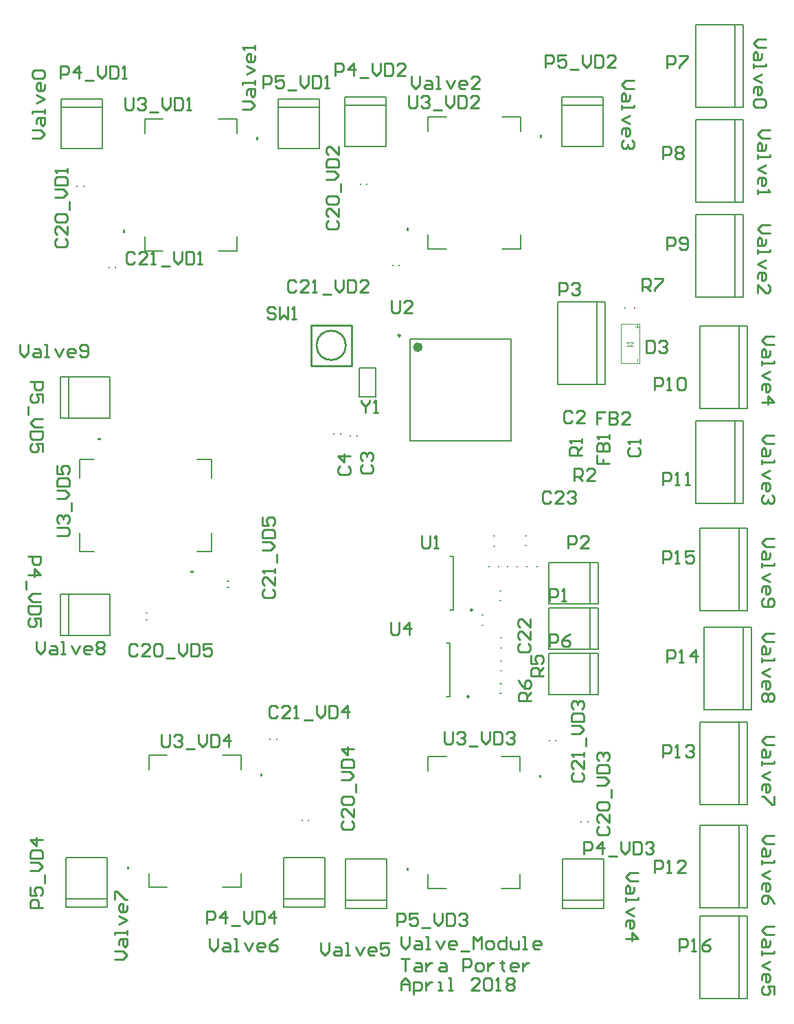
<source format=gto>
G04 Layer_Color=65535*
%FSLAX25Y25*%
%MOIN*%
G70*
G01*
G75*
%ADD27C,0.00984*%
%ADD28C,0.01000*%
%ADD39C,0.02362*%
%ADD40C,0.00787*%
%ADD41C,0.00600*%
%ADD42C,0.00591*%
%ADD43C,0.00400*%
G36*
X227650Y166750D02*
X226650D01*
Y168250D01*
X227650D01*
Y166750D01*
D02*
G37*
G36*
X194250Y265350D02*
X192750D01*
Y266350D01*
X194250D01*
Y265350D01*
D02*
G37*
G36*
X363150Y166100D02*
X362150D01*
Y167600D01*
X363150D01*
Y166100D01*
D02*
G37*
G36*
X298650Y121100D02*
X297650D01*
Y122600D01*
X298650D01*
Y121100D01*
D02*
G37*
G36*
X163150Y121750D02*
X162150D01*
Y123250D01*
X163150D01*
Y121750D01*
D02*
G37*
G36*
X225650Y475250D02*
X224650D01*
Y476750D01*
X225650D01*
Y475250D01*
D02*
G37*
G36*
X363250Y476250D02*
X362250D01*
Y477750D01*
X363250D01*
Y476250D01*
D02*
G37*
G36*
X298750Y431250D02*
X297750D01*
Y432750D01*
X298750D01*
Y431250D01*
D02*
G37*
G36*
X149250Y329850D02*
X147750D01*
Y330850D01*
X149250D01*
Y329850D01*
D02*
G37*
G36*
X161150Y430250D02*
X160150D01*
Y431750D01*
X161150D01*
Y430250D01*
D02*
G37*
D27*
X328035Y205512D02*
G03*
X328035Y205512I-492J0D01*
G01*
X294543Y380532D02*
G03*
X294543Y380532I-492J0D01*
G01*
X329535Y247512D02*
G03*
X329535Y247512I-492J0D01*
G01*
D28*
X268145Y375740D02*
G03*
X268145Y375740I-7097J0D01*
G01*
X251205Y365898D02*
X270890D01*
X251205D02*
Y385583D01*
X270890D01*
Y365898D02*
Y385583D01*
X295000Y89192D02*
Y85194D01*
X296999Y83194D01*
X298999Y85194D01*
Y89192D01*
X301998Y87193D02*
X303997D01*
X304997Y86193D01*
Y83194D01*
X301998D01*
X300998Y84194D01*
X301998Y85194D01*
X304997D01*
X306996Y83194D02*
X308996D01*
X307996D01*
Y89192D01*
X306996D01*
X311995Y87193D02*
X313994Y83194D01*
X315993Y87193D01*
X320992Y83194D02*
X318992D01*
X317993Y84194D01*
Y86193D01*
X318992Y87193D01*
X320992D01*
X321991Y86193D01*
Y85194D01*
X317993D01*
X323991Y82195D02*
X327989D01*
X329989Y83194D02*
Y89192D01*
X331988Y87193D01*
X333987Y89192D01*
Y83194D01*
X336986D02*
X338986D01*
X339985Y84194D01*
Y86193D01*
X338986Y87193D01*
X336986D01*
X335987Y86193D01*
Y84194D01*
X336986Y83194D01*
X345984Y89192D02*
Y83194D01*
X342985D01*
X341985Y84194D01*
Y86193D01*
X342985Y87193D01*
X345984D01*
X347983D02*
Y84194D01*
X348983Y83194D01*
X351982D01*
Y87193D01*
X353981Y83194D02*
X355980D01*
X354981D01*
Y89192D01*
X353981D01*
X361978Y83194D02*
X359979D01*
X358979Y84194D01*
Y86193D01*
X359979Y87193D01*
X361978D01*
X362978Y86193D01*
Y85194D01*
X358979D01*
X295000Y78595D02*
X298999D01*
X296999D01*
Y72597D01*
X301998Y76596D02*
X303997D01*
X304997Y75596D01*
Y72597D01*
X301998D01*
X300998Y73597D01*
X301998Y74596D01*
X304997D01*
X306996Y76596D02*
Y72597D01*
Y74596D01*
X307996Y75596D01*
X308996Y76596D01*
X309995D01*
X313994D02*
X315993D01*
X316993Y75596D01*
Y72597D01*
X313994D01*
X312994Y73597D01*
X313994Y74596D01*
X316993D01*
X324990Y72597D02*
Y78595D01*
X327989D01*
X328989Y77595D01*
Y75596D01*
X327989Y74596D01*
X324990D01*
X331988Y72597D02*
X333987D01*
X334987Y73597D01*
Y75596D01*
X333987Y76596D01*
X331988D01*
X330988Y75596D01*
Y73597D01*
X331988Y72597D01*
X336986Y76596D02*
Y72597D01*
Y74596D01*
X337986Y75596D01*
X338986Y76596D01*
X339985D01*
X343984Y77595D02*
Y76596D01*
X342985D01*
X344984D01*
X343984D01*
Y73597D01*
X344984Y72597D01*
X350982D02*
X348983D01*
X347983Y73597D01*
Y75596D01*
X348983Y76596D01*
X350982D01*
X351982Y75596D01*
Y74596D01*
X347983D01*
X353981Y76596D02*
Y72597D01*
Y74596D01*
X354981Y75596D01*
X355980Y76596D01*
X356980D01*
X295000Y62999D02*
Y66998D01*
X296999Y68997D01*
X298999Y66998D01*
Y62999D01*
Y65998D01*
X295000D01*
X300998Y61000D02*
Y66998D01*
X303997D01*
X304997Y65998D01*
Y63999D01*
X303997Y62999D01*
X300998D01*
X306996Y66998D02*
Y62999D01*
Y64999D01*
X307996Y65998D01*
X308996Y66998D01*
X309995D01*
X312994Y62999D02*
X314994D01*
X313994D01*
Y66998D01*
X312994D01*
X317993Y62999D02*
X319992D01*
X318992D01*
Y68997D01*
X317993D01*
X332988Y62999D02*
X328989D01*
X332988Y66998D01*
Y67998D01*
X331988Y68997D01*
X329989D01*
X328989Y67998D01*
X334987D02*
X335987Y68997D01*
X337986D01*
X338986Y67998D01*
Y63999D01*
X337986Y62999D01*
X335987D01*
X334987Y63999D01*
Y67998D01*
X340985Y62999D02*
X342985D01*
X341985D01*
Y68997D01*
X340985Y67998D01*
X345984D02*
X346983Y68997D01*
X348983D01*
X349982Y67998D01*
Y66998D01*
X348983Y65998D01*
X349982Y64999D01*
Y63999D01*
X348983Y62999D01*
X346983D01*
X345984Y63999D01*
Y64999D01*
X346983Y65998D01*
X345984Y66998D01*
Y67998D01*
X346983Y65998D02*
X348983D01*
X475998Y94000D02*
X471999D01*
X470000Y92001D01*
X471999Y90001D01*
X475998D01*
X473999Y87002D02*
Y85003D01*
X472999Y84003D01*
X470000D01*
Y87002D01*
X471000Y88002D01*
X471999Y87002D01*
Y84003D01*
X470000Y82004D02*
Y80005D01*
Y81004D01*
X475998D01*
Y82004D01*
X473999Y77005D02*
X470000Y75006D01*
X473999Y73007D01*
X470000Y68008D02*
Y70008D01*
X471000Y71007D01*
X472999D01*
X473999Y70008D01*
Y68008D01*
X472999Y67009D01*
X471999D01*
Y71007D01*
X475998Y61011D02*
Y65009D01*
X472999D01*
X473999Y63010D01*
Y62010D01*
X472999Y61011D01*
X471000D01*
X470000Y62010D01*
Y64010D01*
X471000Y65009D01*
X475998Y138000D02*
X471999D01*
X470000Y136001D01*
X471999Y134001D01*
X475998D01*
X473999Y131002D02*
Y129003D01*
X472999Y128003D01*
X470000D01*
Y131002D01*
X471000Y132002D01*
X471999Y131002D01*
Y128003D01*
X470000Y126004D02*
Y124004D01*
Y125004D01*
X475998D01*
Y126004D01*
X473999Y121005D02*
X470000Y119006D01*
X473999Y117007D01*
X470000Y112008D02*
Y114008D01*
X471000Y115007D01*
X472999D01*
X473999Y114008D01*
Y112008D01*
X472999Y111009D01*
X471999D01*
Y115007D01*
X475998Y105011D02*
X474998Y107010D01*
X472999Y109009D01*
X471000D01*
X470000Y108010D01*
Y106010D01*
X471000Y105011D01*
X471999D01*
X472999Y106010D01*
Y109009D01*
X475998Y186000D02*
X471999D01*
X470000Y184001D01*
X471999Y182001D01*
X475998D01*
X473999Y179002D02*
Y177003D01*
X472999Y176003D01*
X470000D01*
Y179002D01*
X471000Y180002D01*
X471999Y179002D01*
Y176003D01*
X470000Y174004D02*
Y172004D01*
Y173004D01*
X475998D01*
Y174004D01*
X473999Y169006D02*
X470000Y167006D01*
X473999Y165007D01*
X470000Y160008D02*
Y162008D01*
X471000Y163007D01*
X472999D01*
X473999Y162008D01*
Y160008D01*
X472999Y159009D01*
X471999D01*
Y163007D01*
X475998Y157009D02*
Y153011D01*
X474998D01*
X471000Y157009D01*
X470000D01*
X475998Y236000D02*
X471999D01*
X470000Y234001D01*
X471999Y232001D01*
X475998D01*
X473999Y229002D02*
Y227003D01*
X472999Y226003D01*
X470000D01*
Y229002D01*
X471000Y230002D01*
X471999Y229002D01*
Y226003D01*
X470000Y224004D02*
Y222005D01*
Y223004D01*
X475998D01*
Y224004D01*
X473999Y219005D02*
X470000Y217006D01*
X473999Y215007D01*
X470000Y210008D02*
Y212008D01*
X471000Y213007D01*
X472999D01*
X473999Y212008D01*
Y210008D01*
X472999Y209009D01*
X471999D01*
Y213007D01*
X474998Y207009D02*
X475998Y206010D01*
Y204010D01*
X474998Y203011D01*
X473999D01*
X472999Y204010D01*
X471999Y203011D01*
X471000D01*
X470000Y204010D01*
Y206010D01*
X471000Y207009D01*
X471999D01*
X472999Y206010D01*
X473999Y207009D01*
X474998D01*
X472999Y206010D02*
Y204010D01*
X475998Y282000D02*
X471999D01*
X470000Y280001D01*
X471999Y278001D01*
X475998D01*
X473999Y275002D02*
Y273003D01*
X472999Y272003D01*
X470000D01*
Y275002D01*
X471000Y276002D01*
X471999Y275002D01*
Y272003D01*
X470000Y270004D02*
Y268004D01*
Y269004D01*
X475998D01*
Y270004D01*
X473999Y265005D02*
X470000Y263006D01*
X473999Y261007D01*
X470000Y256008D02*
Y258008D01*
X471000Y259007D01*
X472999D01*
X473999Y258008D01*
Y256008D01*
X472999Y255009D01*
X471999D01*
Y259007D01*
X471000Y253009D02*
X470000Y252010D01*
Y250010D01*
X471000Y249011D01*
X474998D01*
X475998Y250010D01*
Y252010D01*
X474998Y253009D01*
X473999D01*
X472999Y252010D01*
Y249011D01*
X475998Y332000D02*
X471999D01*
X470000Y330001D01*
X471999Y328001D01*
X475998D01*
X473999Y325002D02*
Y323003D01*
X472999Y322003D01*
X470000D01*
Y325002D01*
X471000Y326002D01*
X471999Y325002D01*
Y322003D01*
X470000Y320004D02*
Y318004D01*
Y319004D01*
X475998D01*
Y320004D01*
X473999Y315005D02*
X470000Y313006D01*
X473999Y311007D01*
X470000Y306008D02*
Y308008D01*
X471000Y309007D01*
X472999D01*
X473999Y308008D01*
Y306008D01*
X472999Y305009D01*
X471999D01*
Y309007D01*
X474998Y303009D02*
X475998Y302010D01*
Y300010D01*
X474998Y299011D01*
X473999D01*
X472999Y300010D01*
Y301010D01*
Y300010D01*
X471999Y299011D01*
X471000D01*
X470000Y300010D01*
Y302010D01*
X471000Y303009D01*
X475998Y380000D02*
X471999D01*
X470000Y378001D01*
X471999Y376001D01*
X475998D01*
X473999Y373002D02*
Y371003D01*
X472999Y370003D01*
X470000D01*
Y373002D01*
X471000Y374002D01*
X471999Y373002D01*
Y370003D01*
X470000Y368004D02*
Y366004D01*
Y367004D01*
X475998D01*
Y368004D01*
X473999Y363005D02*
X470000Y361006D01*
X473999Y359007D01*
X470000Y354008D02*
Y356008D01*
X471000Y357007D01*
X472999D01*
X473999Y356008D01*
Y354008D01*
X472999Y353009D01*
X471999D01*
Y357007D01*
X470000Y348010D02*
X475998D01*
X472999Y351009D01*
Y347011D01*
X473998Y434000D02*
X469999D01*
X468000Y432001D01*
X469999Y430001D01*
X473998D01*
X471999Y427002D02*
Y425003D01*
X470999Y424003D01*
X468000D01*
Y427002D01*
X469000Y428002D01*
X469999Y427002D01*
Y424003D01*
X468000Y422004D02*
Y420005D01*
Y421004D01*
X473998D01*
Y422004D01*
X471999Y417005D02*
X468000Y415006D01*
X471999Y413007D01*
X468000Y408008D02*
Y410008D01*
X469000Y411007D01*
X470999D01*
X471999Y410008D01*
Y408008D01*
X470999Y407009D01*
X469999D01*
Y411007D01*
X468000Y401011D02*
Y405009D01*
X471999Y401011D01*
X472998D01*
X473998Y402010D01*
Y404010D01*
X472998Y405009D01*
X473998Y480000D02*
X469999D01*
X468000Y478001D01*
X469999Y476001D01*
X473998D01*
X471999Y473002D02*
Y471003D01*
X470999Y470003D01*
X468000D01*
Y473002D01*
X469000Y474002D01*
X469999Y473002D01*
Y470003D01*
X468000Y468004D02*
Y466005D01*
Y467004D01*
X473998D01*
Y468004D01*
X471999Y463005D02*
X468000Y461006D01*
X471999Y459007D01*
X468000Y454008D02*
Y456008D01*
X469000Y457007D01*
X470999D01*
X471999Y456008D01*
Y454008D01*
X470999Y453009D01*
X469999D01*
Y457007D01*
X468000Y451009D02*
Y449010D01*
Y450010D01*
X473998D01*
X472998Y451009D01*
X471998Y524000D02*
X467999D01*
X466000Y522001D01*
X467999Y520001D01*
X471998D01*
X469999Y517002D02*
Y515003D01*
X468999Y514003D01*
X466000D01*
Y517002D01*
X467000Y518002D01*
X467999Y517002D01*
Y514003D01*
X466000Y512004D02*
Y510005D01*
Y511004D01*
X471998D01*
Y512004D01*
X469999Y507006D02*
X466000Y505006D01*
X469999Y503007D01*
X466000Y498008D02*
Y500008D01*
X467000Y501007D01*
X468999D01*
X469999Y500008D01*
Y498008D01*
X468999Y497009D01*
X467999D01*
Y501007D01*
X470998Y495009D02*
X471998Y494010D01*
Y492010D01*
X470998Y491011D01*
X467000D01*
X466000Y492010D01*
Y494010D01*
X467000Y495009D01*
X470998D01*
X430000Y82000D02*
Y87998D01*
X432999D01*
X433999Y86998D01*
Y84999D01*
X432999Y83999D01*
X430000D01*
X435998Y82000D02*
X437997D01*
X436998D01*
Y87998D01*
X435998Y86998D01*
X444995Y87998D02*
X442996Y86998D01*
X440996Y84999D01*
Y83000D01*
X441996Y82000D01*
X443996D01*
X444995Y83000D01*
Y83999D01*
X443996Y84999D01*
X440996D01*
X418000Y120000D02*
Y125998D01*
X420999D01*
X421999Y124998D01*
Y122999D01*
X420999Y121999D01*
X418000D01*
X423998Y120000D02*
X425997D01*
X424998D01*
Y125998D01*
X423998Y124998D01*
X432995Y120000D02*
X428996D01*
X432995Y123999D01*
Y124998D01*
X431995Y125998D01*
X429996D01*
X428996Y124998D01*
X422000Y176000D02*
Y181998D01*
X424999D01*
X425999Y180998D01*
Y178999D01*
X424999Y177999D01*
X422000D01*
X427998Y176000D02*
X429997D01*
X428998D01*
Y181998D01*
X427998Y180998D01*
X432996D02*
X433996Y181998D01*
X435995D01*
X436995Y180998D01*
Y179999D01*
X435995Y178999D01*
X434996D01*
X435995D01*
X436995Y177999D01*
Y177000D01*
X435995Y176000D01*
X433996D01*
X432996Y177000D01*
X424000Y222000D02*
Y227998D01*
X426999D01*
X427999Y226998D01*
Y224999D01*
X426999Y223999D01*
X424000D01*
X429998Y222000D02*
X431997D01*
X430998D01*
Y227998D01*
X429998Y226998D01*
X437995Y222000D02*
Y227998D01*
X434996Y224999D01*
X438995D01*
X422000Y270000D02*
Y275998D01*
X424999D01*
X425999Y274998D01*
Y272999D01*
X424999Y271999D01*
X422000D01*
X427998Y270000D02*
X429997D01*
X428998D01*
Y275998D01*
X427998Y274998D01*
X436995Y275998D02*
X432996D01*
Y272999D01*
X434996Y273999D01*
X435995D01*
X436995Y272999D01*
Y271000D01*
X435995Y270000D01*
X433996D01*
X432996Y271000D01*
X422000Y308000D02*
Y313998D01*
X424999D01*
X425999Y312998D01*
Y310999D01*
X424999Y309999D01*
X422000D01*
X427998Y308000D02*
X429997D01*
X428998D01*
Y313998D01*
X427998Y312998D01*
X432996Y308000D02*
X434996D01*
X433996D01*
Y313998D01*
X432996Y312998D01*
X418000Y354000D02*
Y359998D01*
X420999D01*
X421999Y358998D01*
Y356999D01*
X420999Y355999D01*
X418000D01*
X423998Y354000D02*
X425997D01*
X424998D01*
Y359998D01*
X423998Y358998D01*
X428996D02*
X429996Y359998D01*
X431995D01*
X432995Y358998D01*
Y355000D01*
X431995Y354000D01*
X429996D01*
X428996Y355000D01*
Y358998D01*
X424000Y422000D02*
Y427998D01*
X426999D01*
X427999Y426998D01*
Y424999D01*
X426999Y423999D01*
X424000D01*
X429998Y423000D02*
X430998Y422000D01*
X432997D01*
X433997Y423000D01*
Y426998D01*
X432997Y427998D01*
X430998D01*
X429998Y426998D01*
Y425999D01*
X430998Y424999D01*
X433997D01*
X422000Y466000D02*
Y471998D01*
X424999D01*
X425999Y470998D01*
Y468999D01*
X424999Y467999D01*
X422000D01*
X427998Y470998D02*
X428998Y471998D01*
X430997D01*
X431997Y470998D01*
Y469999D01*
X430997Y468999D01*
X431997Y467999D01*
Y467000D01*
X430997Y466000D01*
X428998D01*
X427998Y467000D01*
Y467999D01*
X428998Y468999D01*
X427998Y469999D01*
Y470998D01*
X428998Y468999D02*
X430997D01*
X424000Y510000D02*
Y515998D01*
X426999D01*
X427999Y514998D01*
Y512999D01*
X426999Y511999D01*
X424000D01*
X429998Y515998D02*
X433997D01*
Y514998D01*
X429998Y511000D01*
Y510000D01*
X110000Y375998D02*
Y371999D01*
X111999Y370000D01*
X113999Y371999D01*
Y375998D01*
X116998Y373999D02*
X118997D01*
X119997Y372999D01*
Y370000D01*
X116998D01*
X115998Y371000D01*
X116998Y371999D01*
X119997D01*
X121996Y370000D02*
X123995D01*
X122996D01*
Y375998D01*
X121996D01*
X126995Y373999D02*
X128994Y370000D01*
X130993Y373999D01*
X135992Y370000D02*
X133992D01*
X132993Y371000D01*
Y372999D01*
X133992Y373999D01*
X135992D01*
X136991Y372999D01*
Y371999D01*
X132993D01*
X138991Y371000D02*
X139990Y370000D01*
X141990D01*
X142989Y371000D01*
Y374998D01*
X141990Y375998D01*
X139990D01*
X138991Y374998D01*
Y373999D01*
X139990Y372999D01*
X142989D01*
X118000Y231998D02*
Y227999D01*
X119999Y226000D01*
X121999Y227999D01*
Y231998D01*
X124998Y229999D02*
X126997D01*
X127997Y228999D01*
Y226000D01*
X124998D01*
X123998Y227000D01*
X124998Y227999D01*
X127997D01*
X129996Y226000D02*
X131995D01*
X130996D01*
Y231998D01*
X129996D01*
X134994Y229999D02*
X136994Y226000D01*
X138993Y229999D01*
X143992Y226000D02*
X141992D01*
X140993Y227000D01*
Y228999D01*
X141992Y229999D01*
X143992D01*
X144991Y228999D01*
Y227999D01*
X140993D01*
X146991Y230998D02*
X147990Y231998D01*
X149990D01*
X150989Y230998D01*
Y229999D01*
X149990Y228999D01*
X150989Y227999D01*
Y227000D01*
X149990Y226000D01*
X147990D01*
X146991Y227000D01*
Y227999D01*
X147990Y228999D01*
X146991Y229999D01*
Y230998D01*
X147990Y228999D02*
X149990D01*
X156002Y78000D02*
X160001D01*
X162000Y79999D01*
X160001Y81999D01*
X156002D01*
X158001Y84998D02*
Y86997D01*
X159001Y87997D01*
X162000D01*
Y84998D01*
X161000Y83998D01*
X160001Y84998D01*
Y87997D01*
X162000Y89996D02*
Y91996D01*
Y90996D01*
X156002D01*
Y89996D01*
X158001Y94994D02*
X162000Y96994D01*
X158001Y98993D01*
X162000Y103992D02*
Y101992D01*
X161000Y100993D01*
X159001D01*
X158001Y101992D01*
Y103992D01*
X159001Y104991D01*
X160001D01*
Y100993D01*
X156002Y106991D02*
Y110989D01*
X157002D01*
X161000Y106991D01*
X162000D01*
X202000Y87998D02*
Y83999D01*
X203999Y82000D01*
X205999Y83999D01*
Y87998D01*
X208998Y85999D02*
X210997D01*
X211997Y84999D01*
Y82000D01*
X208998D01*
X207998Y83000D01*
X208998Y83999D01*
X211997D01*
X213996Y82000D02*
X215996D01*
X214996D01*
Y87998D01*
X213996D01*
X218994Y85999D02*
X220994Y82000D01*
X222993Y85999D01*
X227992Y82000D02*
X225992D01*
X224993Y83000D01*
Y84999D01*
X225992Y85999D01*
X227992D01*
X228991Y84999D01*
Y83999D01*
X224993D01*
X234989Y87998D02*
X232990Y86998D01*
X230991Y84999D01*
Y83000D01*
X231990Y82000D01*
X233990D01*
X234989Y83000D01*
Y83999D01*
X233990Y84999D01*
X230991D01*
X256000Y85998D02*
Y81999D01*
X257999Y80000D01*
X259999Y81999D01*
Y85998D01*
X262998Y83999D02*
X264997D01*
X265997Y82999D01*
Y80000D01*
X262998D01*
X261998Y81000D01*
X262998Y81999D01*
X265997D01*
X267996Y80000D02*
X269995D01*
X268996D01*
Y85998D01*
X267996D01*
X272994Y83999D02*
X274994Y80000D01*
X276993Y83999D01*
X281992Y80000D02*
X279992D01*
X278993Y81000D01*
Y82999D01*
X279992Y83999D01*
X281992D01*
X282991Y82999D01*
Y81999D01*
X278993D01*
X288989Y85998D02*
X284991D01*
Y82999D01*
X286990Y83999D01*
X287990D01*
X288989Y82999D01*
Y81000D01*
X287990Y80000D01*
X285990D01*
X284991Y81000D01*
X409998Y120000D02*
X405999D01*
X404000Y118001D01*
X405999Y116001D01*
X409998D01*
X407999Y113002D02*
Y111003D01*
X406999Y110003D01*
X404000D01*
Y113002D01*
X405000Y114002D01*
X405999Y113002D01*
Y110003D01*
X404000Y108004D02*
Y106005D01*
Y107004D01*
X409998D01*
Y108004D01*
X407999Y103006D02*
X404000Y101006D01*
X407999Y99007D01*
X404000Y94008D02*
Y96008D01*
X405000Y97007D01*
X406999D01*
X407999Y96008D01*
Y94008D01*
X406999Y93009D01*
X405999D01*
Y97007D01*
X404000Y88010D02*
X409998D01*
X406999Y91009D01*
Y87011D01*
X407998Y504000D02*
X403999D01*
X402000Y502001D01*
X403999Y500001D01*
X407998D01*
X405999Y497002D02*
Y495003D01*
X404999Y494003D01*
X402000D01*
Y497002D01*
X403000Y498002D01*
X403999Y497002D01*
Y494003D01*
X402000Y492004D02*
Y490004D01*
Y491004D01*
X407998D01*
Y492004D01*
X405999Y487006D02*
X402000Y485006D01*
X405999Y483007D01*
X402000Y478008D02*
Y480008D01*
X403000Y481007D01*
X404999D01*
X405999Y480008D01*
Y478008D01*
X404999Y477009D01*
X403999D01*
Y481007D01*
X406998Y475009D02*
X407998Y474010D01*
Y472010D01*
X406998Y471011D01*
X405999D01*
X404999Y472010D01*
Y473010D01*
Y472010D01*
X403999Y471011D01*
X403000D01*
X402000Y472010D01*
Y474010D01*
X403000Y475009D01*
X300000Y505998D02*
Y501999D01*
X301999Y500000D01*
X303999Y501999D01*
Y505998D01*
X306998Y503999D02*
X308997D01*
X309997Y502999D01*
Y500000D01*
X306998D01*
X305998Y501000D01*
X306998Y501999D01*
X309997D01*
X311996Y500000D02*
X313996D01*
X312996D01*
Y505998D01*
X311996D01*
X316995Y503999D02*
X318994Y500000D01*
X320993Y503999D01*
X325992Y500000D02*
X323992D01*
X322993Y501000D01*
Y502999D01*
X323992Y503999D01*
X325992D01*
X326991Y502999D01*
Y501999D01*
X322993D01*
X332989Y500000D02*
X328991D01*
X332989Y503999D01*
Y504998D01*
X331990Y505998D01*
X329990D01*
X328991Y504998D01*
X218002Y490000D02*
X222001D01*
X224000Y491999D01*
X222001Y493999D01*
X218002D01*
X220001Y496998D02*
Y498997D01*
X221001Y499997D01*
X224000D01*
Y496998D01*
X223000Y495998D01*
X222001Y496998D01*
Y499997D01*
X224000Y501996D02*
Y503996D01*
Y502996D01*
X218002D01*
Y501996D01*
X220001Y506994D02*
X224000Y508994D01*
X220001Y510993D01*
X224000Y515992D02*
Y513992D01*
X223000Y512993D01*
X221001D01*
X220001Y513992D01*
Y515992D01*
X221001Y516991D01*
X222001D01*
Y512993D01*
X224000Y518991D02*
Y520990D01*
Y519990D01*
X218002D01*
X219002Y518991D01*
X116002Y476000D02*
X120001D01*
X122000Y477999D01*
X120001Y479999D01*
X116002D01*
X118001Y482998D02*
Y484997D01*
X119001Y485997D01*
X122000D01*
Y482998D01*
X121000Y481998D01*
X120001Y482998D01*
Y485997D01*
X122000Y487996D02*
Y489995D01*
Y488996D01*
X116002D01*
Y487996D01*
X118001Y492994D02*
X122000Y494994D01*
X118001Y496993D01*
X122000Y501992D02*
Y499992D01*
X121000Y498993D01*
X119001D01*
X118001Y499992D01*
Y501992D01*
X119001Y502991D01*
X120001D01*
Y498993D01*
X117002Y504991D02*
X116002Y505990D01*
Y507990D01*
X117002Y508989D01*
X121000D01*
X122000Y507990D01*
Y505990D01*
X121000Y504991D01*
X117002D01*
X275500Y348998D02*
Y347998D01*
X277499Y345999D01*
X279499Y347998D01*
Y348998D01*
X277499Y345999D02*
Y343000D01*
X281498D02*
X283497D01*
X282498D01*
Y348998D01*
X281498Y347998D01*
X289843Y241598D02*
Y236600D01*
X290843Y235600D01*
X292842D01*
X293842Y236600D01*
Y241598D01*
X298840Y235600D02*
Y241598D01*
X295841Y238599D01*
X299840D01*
X128002Y283500D02*
X133000D01*
X134000Y284500D01*
Y286499D01*
X133000Y287499D01*
X128002D01*
X129002Y289498D02*
X128002Y290498D01*
Y292497D01*
X129002Y293497D01*
X130001D01*
X131001Y292497D01*
Y291497D01*
Y292497D01*
X132001Y293497D01*
X133000D01*
X134000Y292497D01*
Y290498D01*
X133000Y289498D01*
X135000Y295496D02*
Y299495D01*
X128002Y301494D02*
X132001D01*
X134000Y303493D01*
X132001Y305493D01*
X128002D01*
Y307492D02*
X134000D01*
Y310491D01*
X133000Y311491D01*
X129002D01*
X128002Y310491D01*
Y307492D01*
Y317489D02*
Y313490D01*
X131001D01*
X130001Y315490D01*
Y316489D01*
X131001Y317489D01*
X133000D01*
X134000Y316489D01*
Y314490D01*
X133000Y313490D01*
X178500Y186998D02*
Y182000D01*
X179500Y181000D01*
X181499D01*
X182499Y182000D01*
Y186998D01*
X184498Y185998D02*
X185498Y186998D01*
X187497D01*
X188497Y185998D01*
Y184999D01*
X187497Y183999D01*
X186497D01*
X187497D01*
X188497Y182999D01*
Y182000D01*
X187497Y181000D01*
X185498D01*
X184498Y182000D01*
X190496Y180000D02*
X194495D01*
X196494Y186998D02*
Y182999D01*
X198494Y181000D01*
X200493Y182999D01*
Y186998D01*
X202492D02*
Y181000D01*
X205491D01*
X206491Y182000D01*
Y185998D01*
X205491Y186998D01*
X202492D01*
X211489Y181000D02*
Y186998D01*
X208490Y183999D01*
X212489D01*
X316000Y188498D02*
Y183500D01*
X317000Y182500D01*
X318999D01*
X319999Y183500D01*
Y188498D01*
X321998Y187498D02*
X322998Y188498D01*
X324997D01*
X325997Y187498D01*
Y186499D01*
X324997Y185499D01*
X323997D01*
X324997D01*
X325997Y184499D01*
Y183500D01*
X324997Y182500D01*
X322998D01*
X321998Y183500D01*
X327996Y181500D02*
X331995D01*
X333994Y188498D02*
Y184499D01*
X335994Y182500D01*
X337993Y184499D01*
Y188498D01*
X339992D02*
Y182500D01*
X342991D01*
X343991Y183500D01*
Y187498D01*
X342991Y188498D01*
X339992D01*
X345990Y187498D02*
X346990Y188498D01*
X348989D01*
X349989Y187498D01*
Y186499D01*
X348989Y185499D01*
X347990D01*
X348989D01*
X349989Y184499D01*
Y183500D01*
X348989Y182500D01*
X346990D01*
X345990Y183500D01*
X298750Y496748D02*
Y491750D01*
X299750Y490750D01*
X301749D01*
X302749Y491750D01*
Y496748D01*
X304748Y495748D02*
X305748Y496748D01*
X307747D01*
X308747Y495748D01*
Y494749D01*
X307747Y493749D01*
X306747D01*
X307747D01*
X308747Y492749D01*
Y491750D01*
X307747Y490750D01*
X305748D01*
X304748Y491750D01*
X310746Y489750D02*
X314745D01*
X316744Y496748D02*
Y492749D01*
X318743Y490750D01*
X320743Y492749D01*
Y496748D01*
X322742D02*
Y490750D01*
X325741D01*
X326741Y491750D01*
Y495748D01*
X325741Y496748D01*
X322742D01*
X332739Y490750D02*
X328740D01*
X332739Y494749D01*
Y495748D01*
X331739Y496748D01*
X329740D01*
X328740Y495748D01*
X161150Y495748D02*
Y490750D01*
X162150Y489750D01*
X164149D01*
X165149Y490750D01*
Y495748D01*
X167148Y494748D02*
X168148Y495748D01*
X170147D01*
X171147Y494748D01*
Y493749D01*
X170147Y492749D01*
X169147D01*
X170147D01*
X171147Y491749D01*
Y490750D01*
X170147Y489750D01*
X168148D01*
X167148Y490750D01*
X173146Y488750D02*
X177145D01*
X179144Y495748D02*
Y491749D01*
X181143Y489750D01*
X183143Y491749D01*
Y495748D01*
X185142D02*
Y489750D01*
X188141D01*
X189141Y490750D01*
Y494748D01*
X188141Y495748D01*
X185142D01*
X191140Y489750D02*
X193140D01*
X192140D01*
Y495748D01*
X191140Y494748D01*
X290426Y397502D02*
Y392503D01*
X291425Y391504D01*
X293425D01*
X294424Y392503D01*
Y397502D01*
X300422Y391504D02*
X296424D01*
X300422Y395502D01*
Y396502D01*
X299423Y397502D01*
X297423D01*
X296424Y396502D01*
X305000Y283498D02*
Y278500D01*
X306000Y277500D01*
X307999D01*
X308999Y278500D01*
Y283498D01*
X310998Y277500D02*
X312997D01*
X311998D01*
Y283498D01*
X310998Y282498D01*
X233999Y393498D02*
X232999Y394498D01*
X231000D01*
X230000Y393498D01*
Y392499D01*
X231000Y391499D01*
X232999D01*
X233999Y390499D01*
Y389500D01*
X232999Y388500D01*
X231000D01*
X230000Y389500D01*
X235998Y394498D02*
Y388500D01*
X237997Y390499D01*
X239997Y388500D01*
Y394498D01*
X241996Y388500D02*
X243995D01*
X242996D01*
Y394498D01*
X241996Y393498D01*
X358000Y203500D02*
X352002D01*
Y206499D01*
X353002Y207499D01*
X355001D01*
X356001Y206499D01*
Y203500D01*
Y205499D02*
X358000Y207499D01*
X352002Y213497D02*
X353002Y211497D01*
X355001Y209498D01*
X357000D01*
X358000Y210498D01*
Y212497D01*
X357000Y213497D01*
X356001D01*
X355001Y212497D01*
Y209498D01*
X364000Y215500D02*
X358002D01*
Y218499D01*
X359002Y219499D01*
X361001D01*
X362001Y218499D01*
Y215500D01*
Y217499D02*
X364000Y219499D01*
X358002Y225497D02*
Y221498D01*
X361001D01*
X360001Y223497D01*
Y224497D01*
X361001Y225497D01*
X363000D01*
X364000Y224497D01*
Y222498D01*
X363000Y221498D01*
X379000Y310000D02*
Y315998D01*
X381999D01*
X382999Y314998D01*
Y312999D01*
X381999Y311999D01*
X379000D01*
X380999D02*
X382999Y310000D01*
X388997D02*
X384998D01*
X388997Y313999D01*
Y314998D01*
X387997Y315998D01*
X385998D01*
X384998Y314998D01*
X382500Y322500D02*
X376502D01*
Y325499D01*
X377502Y326499D01*
X379501D01*
X380501Y325499D01*
Y322500D01*
Y324499D02*
X382500Y326499D01*
Y328498D02*
Y330497D01*
Y329498D01*
X376502D01*
X377502Y328498D01*
X367143Y229900D02*
Y235898D01*
X370142D01*
X371142Y234898D01*
Y232899D01*
X370142Y231899D01*
X367143D01*
X377140Y235898D02*
X375141Y234898D01*
X373141Y232899D01*
Y230900D01*
X374141Y229900D01*
X376140D01*
X377140Y230900D01*
Y231899D01*
X376140Y232899D01*
X373141D01*
X115000Y358000D02*
X120998D01*
Y355001D01*
X119998Y354001D01*
X117999D01*
X116999Y355001D01*
Y358000D01*
X120998Y348003D02*
Y352002D01*
X117999D01*
X118999Y350003D01*
Y349003D01*
X117999Y348003D01*
X116000D01*
X115000Y349003D01*
Y351002D01*
X116000Y352002D01*
X114000Y346004D02*
Y342005D01*
X120998Y340006D02*
X116999D01*
X115000Y338006D01*
X116999Y336007D01*
X120998D01*
Y334008D02*
X115000D01*
Y331009D01*
X116000Y330009D01*
X119998D01*
X120998Y331009D01*
Y334008D01*
Y324011D02*
Y328010D01*
X117999D01*
X118999Y326010D01*
Y325011D01*
X117999Y324011D01*
X116000D01*
X115000Y325011D01*
Y327010D01*
X116000Y328010D01*
X121000Y103000D02*
X115002D01*
Y105999D01*
X116002Y106999D01*
X118001D01*
X119001Y105999D01*
Y103000D01*
X115002Y112997D02*
Y108998D01*
X118001D01*
X117001Y110997D01*
Y111997D01*
X118001Y112997D01*
X120000D01*
X121000Y111997D01*
Y109998D01*
X120000Y108998D01*
X122000Y114996D02*
Y118995D01*
X115002Y120994D02*
X119001D01*
X121000Y122994D01*
X119001Y124993D01*
X115002D01*
Y126992D02*
X121000D01*
Y129991D01*
X120000Y130991D01*
X116002D01*
X115002Y129991D01*
Y126992D01*
X121000Y135989D02*
X115002D01*
X118001Y132990D01*
Y136989D01*
X293000Y94500D02*
Y100498D01*
X295999D01*
X296999Y99498D01*
Y97499D01*
X295999Y96499D01*
X293000D01*
X302997Y100498D02*
X298998D01*
Y97499D01*
X300997Y98499D01*
X301997D01*
X302997Y97499D01*
Y95500D01*
X301997Y94500D01*
X299998D01*
X298998Y95500D01*
X304996Y93500D02*
X308995D01*
X310994Y100498D02*
Y96499D01*
X312994Y94500D01*
X314993Y96499D01*
Y100498D01*
X316992D02*
Y94500D01*
X319991D01*
X320991Y95500D01*
Y99498D01*
X319991Y100498D01*
X316992D01*
X322990Y99498D02*
X323990Y100498D01*
X325989D01*
X326989Y99498D01*
Y98499D01*
X325989Y97499D01*
X324990D01*
X325989D01*
X326989Y96499D01*
Y95500D01*
X325989Y94500D01*
X323990D01*
X322990Y95500D01*
X365000Y510500D02*
Y516498D01*
X367999D01*
X368999Y515498D01*
Y513499D01*
X367999Y512499D01*
X365000D01*
X374997Y516498D02*
X370998D01*
Y513499D01*
X372997Y514499D01*
X373997D01*
X374997Y513499D01*
Y511500D01*
X373997Y510500D01*
X371998D01*
X370998Y511500D01*
X376996Y509500D02*
X380995D01*
X382994Y516498D02*
Y512499D01*
X384994Y510500D01*
X386993Y512499D01*
Y516498D01*
X388992D02*
Y510500D01*
X391991D01*
X392991Y511500D01*
Y515498D01*
X391991Y516498D01*
X388992D01*
X398989Y510500D02*
X394990D01*
X398989Y514499D01*
Y515498D01*
X397989Y516498D01*
X395990D01*
X394990Y515498D01*
X228000Y500500D02*
Y506498D01*
X230999D01*
X231999Y505498D01*
Y503499D01*
X230999Y502499D01*
X228000D01*
X237997Y506498D02*
X233998D01*
Y503499D01*
X235997Y504499D01*
X236997D01*
X237997Y503499D01*
Y501500D01*
X236997Y500500D01*
X234998D01*
X233998Y501500D01*
X239996Y499500D02*
X243995D01*
X245994Y506498D02*
Y502499D01*
X247993Y500500D01*
X249993Y502499D01*
Y506498D01*
X251992D02*
Y500500D01*
X254991D01*
X255991Y501500D01*
Y505498D01*
X254991Y506498D01*
X251992D01*
X257990Y500500D02*
X259990D01*
X258990D01*
Y506498D01*
X257990Y505498D01*
X114000Y273500D02*
X119998D01*
Y270501D01*
X118998Y269501D01*
X116999D01*
X115999Y270501D01*
Y273500D01*
X114000Y264503D02*
X119998D01*
X116999Y267502D01*
Y263503D01*
X113000Y261504D02*
Y257505D01*
X119998Y255506D02*
X115999D01*
X114000Y253506D01*
X115999Y251507D01*
X119998D01*
Y249508D02*
X114000D01*
Y246509D01*
X115000Y245509D01*
X118998D01*
X119998Y246509D01*
Y249508D01*
Y239511D02*
Y243510D01*
X116999D01*
X117999Y241510D01*
Y240511D01*
X116999Y239511D01*
X115000D01*
X114000Y240511D01*
Y242510D01*
X115000Y243510D01*
X200500Y95500D02*
Y101498D01*
X203499D01*
X204499Y100498D01*
Y98499D01*
X203499Y97499D01*
X200500D01*
X209497Y95500D02*
Y101498D01*
X206498Y98499D01*
X210497D01*
X212496Y94500D02*
X216495D01*
X218494Y101498D02*
Y97499D01*
X220494Y95500D01*
X222493Y97499D01*
Y101498D01*
X224492D02*
Y95500D01*
X227491D01*
X228491Y96500D01*
Y100498D01*
X227491Y101498D01*
X224492D01*
X233489Y95500D02*
Y101498D01*
X230490Y98499D01*
X234489D01*
X383500Y129000D02*
Y134998D01*
X386499D01*
X387499Y133998D01*
Y131999D01*
X386499Y130999D01*
X383500D01*
X392497Y129000D02*
Y134998D01*
X389498Y131999D01*
X393497D01*
X395496Y128000D02*
X399495D01*
X401494Y134998D02*
Y130999D01*
X403493Y129000D01*
X405493Y130999D01*
Y134998D01*
X407492D02*
Y129000D01*
X410491D01*
X411491Y130000D01*
Y133998D01*
X410491Y134998D01*
X407492D01*
X413490Y133998D02*
X414490Y134998D01*
X416489D01*
X417489Y133998D01*
Y132999D01*
X416489Y131999D01*
X415490D01*
X416489D01*
X417489Y130999D01*
Y130000D01*
X416489Y129000D01*
X414490D01*
X413490Y130000D01*
X263000Y506500D02*
Y512498D01*
X265999D01*
X266999Y511498D01*
Y509499D01*
X265999Y508499D01*
X263000D01*
X271997Y506500D02*
Y512498D01*
X268998Y509499D01*
X272997D01*
X274996Y505500D02*
X278995D01*
X280994Y512498D02*
Y508499D01*
X282994Y506500D01*
X284993Y508499D01*
Y512498D01*
X286992D02*
Y506500D01*
X289991D01*
X290991Y507500D01*
Y511498D01*
X289991Y512498D01*
X286992D01*
X296989Y506500D02*
X292990D01*
X296989Y510499D01*
Y511498D01*
X295989Y512498D01*
X293990D01*
X292990Y511498D01*
X129500Y505000D02*
Y510998D01*
X132499D01*
X133499Y509998D01*
Y507999D01*
X132499Y506999D01*
X129500D01*
X138497Y505000D02*
Y510998D01*
X135498Y507999D01*
X139497D01*
X141496Y504000D02*
X145495D01*
X147494Y510998D02*
Y506999D01*
X149494Y505000D01*
X151493Y506999D01*
Y510998D01*
X153492D02*
Y505000D01*
X156491D01*
X157491Y506000D01*
Y509998D01*
X156491Y510998D01*
X153492D01*
X159490Y505000D02*
X161490D01*
X160490D01*
Y510998D01*
X159490Y509998D01*
X371647Y400140D02*
Y406138D01*
X374646D01*
X375646Y405138D01*
Y403139D01*
X374646Y402140D01*
X371647D01*
X377645Y405138D02*
X378645Y406138D01*
X380644D01*
X381644Y405138D01*
Y404139D01*
X380644Y403139D01*
X379645D01*
X380644D01*
X381644Y402140D01*
Y401140D01*
X380644Y400140D01*
X378645D01*
X377645Y401140D01*
X376000Y277500D02*
Y283498D01*
X378999D01*
X379999Y282498D01*
Y280499D01*
X378999Y279499D01*
X376000D01*
X385997Y277500D02*
X381998D01*
X385997Y281499D01*
Y282498D01*
X384997Y283498D01*
X382998D01*
X381998Y282498D01*
X367143Y251900D02*
Y257898D01*
X370142D01*
X371142Y256898D01*
Y254899D01*
X370142Y253899D01*
X367143D01*
X373141Y251900D02*
X375141D01*
X374141D01*
Y257898D01*
X373141Y256898D01*
X393999Y343498D02*
X390000D01*
Y340499D01*
X391999D01*
X390000D01*
Y337500D01*
X395998Y343498D02*
Y337500D01*
X398997D01*
X399997Y338500D01*
Y339499D01*
X398997Y340499D01*
X395998D01*
X398997D01*
X399997Y341499D01*
Y342498D01*
X398997Y343498D01*
X395998D01*
X405995Y337500D02*
X401996D01*
X405995Y341499D01*
Y342498D01*
X404995Y343498D01*
X402996D01*
X401996Y342498D01*
X390002Y322499D02*
Y318500D01*
X393001D01*
Y320499D01*
Y318500D01*
X396000D01*
X390002Y324498D02*
X396000D01*
Y327497D01*
X395000Y328497D01*
X394001D01*
X393001Y327497D01*
Y324498D01*
Y327497D01*
X392001Y328497D01*
X391002D01*
X390002Y327497D01*
Y324498D01*
X396000Y330496D02*
Y332495D01*
Y331496D01*
X390002D01*
X391002Y330496D01*
X367499Y303998D02*
X366499Y304998D01*
X364500D01*
X363500Y303998D01*
Y300000D01*
X364500Y299000D01*
X366499D01*
X367499Y300000D01*
X373497Y299000D02*
X369498D01*
X373497Y302999D01*
Y303998D01*
X372497Y304998D01*
X370498D01*
X369498Y303998D01*
X375496D02*
X376496Y304998D01*
X378495D01*
X379495Y303998D01*
Y302999D01*
X378495Y301999D01*
X377496D01*
X378495D01*
X379495Y300999D01*
Y300000D01*
X378495Y299000D01*
X376496D01*
X375496Y300000D01*
X352502Y230999D02*
X351502Y229999D01*
Y228000D01*
X352502Y227000D01*
X356500D01*
X357500Y228000D01*
Y229999D01*
X356500Y230999D01*
X357500Y236997D02*
Y232998D01*
X353501Y236997D01*
X352502D01*
X351502Y235997D01*
Y233998D01*
X352502Y232998D01*
X357500Y242995D02*
Y238996D01*
X353501Y242995D01*
X352502D01*
X351502Y241995D01*
Y239996D01*
X352502Y238996D01*
X228502Y257499D02*
X227502Y256499D01*
Y254500D01*
X228502Y253500D01*
X232500D01*
X233500Y254500D01*
Y256499D01*
X232500Y257499D01*
X233500Y263497D02*
Y259498D01*
X229501Y263497D01*
X228502D01*
X227502Y262497D01*
Y260498D01*
X228502Y259498D01*
X233500Y265496D02*
Y267495D01*
Y266496D01*
X227502D01*
X228502Y265496D01*
X234500Y270495D02*
Y274493D01*
X227502Y276493D02*
X231501D01*
X233500Y278492D01*
X231501Y280491D01*
X227502D01*
Y282491D02*
X233500D01*
Y285490D01*
X232500Y286489D01*
X228502D01*
X227502Y285490D01*
Y282491D01*
Y292487D02*
Y288489D01*
X230501D01*
X229501Y290488D01*
Y291488D01*
X230501Y292487D01*
X232500D01*
X233500Y291488D01*
Y289488D01*
X232500Y288489D01*
X234899Y199998D02*
X233899Y200998D01*
X231900D01*
X230900Y199998D01*
Y196000D01*
X231900Y195000D01*
X233899D01*
X234899Y196000D01*
X240897Y195000D02*
X236898D01*
X240897Y198999D01*
Y199998D01*
X239897Y200998D01*
X237898D01*
X236898Y199998D01*
X242896Y195000D02*
X244896D01*
X243896D01*
Y200998D01*
X242896Y199998D01*
X247895Y194000D02*
X251893D01*
X253893Y200998D02*
Y196999D01*
X255892Y195000D01*
X257891Y196999D01*
Y200998D01*
X259891D02*
Y195000D01*
X262890D01*
X263889Y196000D01*
Y199998D01*
X262890Y200998D01*
X259891D01*
X268888Y195000D02*
Y200998D01*
X265889Y197999D01*
X269887D01*
X378502Y168499D02*
X377502Y167499D01*
Y165500D01*
X378502Y164500D01*
X382500D01*
X383500Y165500D01*
Y167499D01*
X382500Y168499D01*
X383500Y174497D02*
Y170498D01*
X379501Y174497D01*
X378502D01*
X377502Y173497D01*
Y171498D01*
X378502Y170498D01*
X383500Y176496D02*
Y178496D01*
Y177496D01*
X377502D01*
X378502Y176496D01*
X384500Y181494D02*
Y185493D01*
X377502Y187493D02*
X381501D01*
X383500Y189492D01*
X381501Y191491D01*
X377502D01*
Y193491D02*
X383500D01*
Y196490D01*
X382500Y197489D01*
X378502D01*
X377502Y196490D01*
Y193491D01*
X378502Y199489D02*
X377502Y200488D01*
Y202488D01*
X378502Y203487D01*
X379501D01*
X380501Y202488D01*
Y201488D01*
Y202488D01*
X381501Y203487D01*
X382500D01*
X383500Y202488D01*
Y200488D01*
X382500Y199489D01*
X243999Y406498D02*
X242999Y407498D01*
X241000D01*
X240000Y406498D01*
Y402500D01*
X241000Y401500D01*
X242999D01*
X243999Y402500D01*
X249997Y401500D02*
X245998D01*
X249997Y405499D01*
Y406498D01*
X248997Y407498D01*
X246998D01*
X245998Y406498D01*
X251996Y401500D02*
X253995D01*
X252996D01*
Y407498D01*
X251996Y406498D01*
X256995Y400500D02*
X260993D01*
X262993Y407498D02*
Y403499D01*
X264992Y401500D01*
X266991Y403499D01*
Y407498D01*
X268991D02*
Y401500D01*
X271990D01*
X272989Y402500D01*
Y406498D01*
X271990Y407498D01*
X268991D01*
X278987Y401500D02*
X274989D01*
X278987Y405499D01*
Y406498D01*
X277988Y407498D01*
X275988D01*
X274989Y406498D01*
X165499Y419998D02*
X164499Y420998D01*
X162500D01*
X161500Y419998D01*
Y416000D01*
X162500Y415000D01*
X164499D01*
X165499Y416000D01*
X171497Y415000D02*
X167498D01*
X171497Y418999D01*
Y419998D01*
X170497Y420998D01*
X168498D01*
X167498Y419998D01*
X173496Y415000D02*
X175496D01*
X174496D01*
Y420998D01*
X173496Y419998D01*
X178495Y414000D02*
X182493D01*
X184493Y420998D02*
Y416999D01*
X186492Y415000D01*
X188491Y416999D01*
Y420998D01*
X190491D02*
Y415000D01*
X193490D01*
X194489Y416000D01*
Y419998D01*
X193490Y420998D01*
X190491D01*
X196489Y415000D02*
X198488D01*
X197488D01*
Y420998D01*
X196489Y419998D01*
X166999Y229998D02*
X165999Y230998D01*
X164000D01*
X163000Y229998D01*
Y226000D01*
X164000Y225000D01*
X165999D01*
X166999Y226000D01*
X172997Y225000D02*
X168998D01*
X172997Y228999D01*
Y229998D01*
X171997Y230998D01*
X169998D01*
X168998Y229998D01*
X174996D02*
X175996Y230998D01*
X177995D01*
X178995Y229998D01*
Y226000D01*
X177995Y225000D01*
X175996D01*
X174996Y226000D01*
Y229998D01*
X180994Y224000D02*
X184993D01*
X186992Y230998D02*
Y226999D01*
X188992Y225000D01*
X190991Y226999D01*
Y230998D01*
X192990D02*
Y225000D01*
X195989D01*
X196989Y226000D01*
Y229998D01*
X195989Y230998D01*
X192990D01*
X202987D02*
X198988D01*
Y227999D01*
X200988Y228999D01*
X201987D01*
X202987Y227999D01*
Y226000D01*
X201987Y225000D01*
X199988D01*
X198988Y226000D01*
X267002Y144999D02*
X266002Y143999D01*
Y142000D01*
X267002Y141000D01*
X271000D01*
X272000Y142000D01*
Y143999D01*
X271000Y144999D01*
X272000Y150997D02*
Y146998D01*
X268001Y150997D01*
X267002D01*
X266002Y149997D01*
Y147998D01*
X267002Y146998D01*
Y152996D02*
X266002Y153996D01*
Y155995D01*
X267002Y156995D01*
X271000D01*
X272000Y155995D01*
Y153996D01*
X271000Y152996D01*
X267002D01*
X273000Y158994D02*
Y162993D01*
X266002Y164992D02*
X270001D01*
X272000Y166992D01*
X270001Y168991D01*
X266002D01*
Y170990D02*
X272000D01*
Y173989D01*
X271000Y174989D01*
X267002D01*
X266002Y173989D01*
Y170990D01*
X272000Y179987D02*
X266002D01*
X269001Y176988D01*
Y180987D01*
X391002Y142499D02*
X390002Y141499D01*
Y139500D01*
X391002Y138500D01*
X395000D01*
X396000Y139500D01*
Y141499D01*
X395000Y142499D01*
X396000Y148497D02*
Y144498D01*
X392001Y148497D01*
X391002D01*
X390002Y147497D01*
Y145498D01*
X391002Y144498D01*
Y150496D02*
X390002Y151496D01*
Y153495D01*
X391002Y154495D01*
X395000D01*
X396000Y153495D01*
Y151496D01*
X395000Y150496D01*
X391002D01*
X397000Y156494D02*
Y160493D01*
X390002Y162492D02*
X394001D01*
X396000Y164492D01*
X394001Y166491D01*
X390002D01*
Y168490D02*
X396000D01*
Y171489D01*
X395000Y172489D01*
X391002D01*
X390002Y171489D01*
Y168490D01*
X391002Y174488D02*
X390002Y175488D01*
Y177487D01*
X391002Y178487D01*
X392001D01*
X393001Y177487D01*
Y176488D01*
Y177487D01*
X394001Y178487D01*
X395000D01*
X396000Y177487D01*
Y175488D01*
X395000Y174488D01*
X259502Y435999D02*
X258502Y434999D01*
Y433000D01*
X259502Y432000D01*
X263500D01*
X264500Y433000D01*
Y434999D01*
X263500Y435999D01*
X264500Y441997D02*
Y437998D01*
X260501Y441997D01*
X259502D01*
X258502Y440997D01*
Y438998D01*
X259502Y437998D01*
Y443996D02*
X258502Y444996D01*
Y446995D01*
X259502Y447995D01*
X263500D01*
X264500Y446995D01*
Y444996D01*
X263500Y443996D01*
X259502D01*
X265500Y449994D02*
Y453993D01*
X258502Y455992D02*
X262501D01*
X264500Y457992D01*
X262501Y459991D01*
X258502D01*
Y461990D02*
X264500D01*
Y464989D01*
X263500Y465989D01*
X259502D01*
X258502Y464989D01*
Y461990D01*
X264500Y471987D02*
Y467988D01*
X260501Y471987D01*
X259502D01*
X258502Y470987D01*
Y468988D01*
X259502Y467988D01*
X128002Y427499D02*
X127002Y426499D01*
Y424500D01*
X128002Y423500D01*
X132000D01*
X133000Y424500D01*
Y426499D01*
X132000Y427499D01*
X133000Y433497D02*
Y429498D01*
X129001Y433497D01*
X128002D01*
X127002Y432497D01*
Y430498D01*
X128002Y429498D01*
Y435496D02*
X127002Y436496D01*
Y438495D01*
X128002Y439495D01*
X132000D01*
X133000Y438495D01*
Y436496D01*
X132000Y435496D01*
X128002D01*
X134000Y441494D02*
Y445493D01*
X127002Y447492D02*
X131001D01*
X133000Y449492D01*
X131001Y451491D01*
X127002D01*
Y453490D02*
X133000D01*
Y456489D01*
X132000Y457489D01*
X128002D01*
X127002Y456489D01*
Y453490D01*
X133000Y459488D02*
Y461488D01*
Y460488D01*
X127002D01*
X128002Y459488D01*
X265454Y317109D02*
X264455Y316109D01*
Y314110D01*
X265454Y313110D01*
X269453D01*
X270453Y314110D01*
Y316109D01*
X269453Y317109D01*
X270453Y322107D02*
X264455D01*
X267454Y319108D01*
Y323107D01*
X276454Y317908D02*
X275455Y316909D01*
Y314909D01*
X276454Y313910D01*
X280453D01*
X281453Y314909D01*
Y316909D01*
X280453Y317908D01*
X276454Y319907D02*
X275455Y320907D01*
Y322907D01*
X276454Y323906D01*
X277454D01*
X278454Y322907D01*
Y321907D01*
Y322907D01*
X279453Y323906D01*
X280453D01*
X281453Y322907D01*
Y320907D01*
X280453Y319907D01*
X377999Y342998D02*
X376999Y343998D01*
X375000D01*
X374000Y342998D01*
Y339000D01*
X375000Y338000D01*
X376999D01*
X377999Y339000D01*
X383997Y338000D02*
X379998D01*
X383997Y341999D01*
Y342998D01*
X382997Y343998D01*
X380998D01*
X379998Y342998D01*
X406002Y325999D02*
X405002Y324999D01*
Y323000D01*
X406002Y322000D01*
X410000D01*
X411000Y323000D01*
Y324999D01*
X410000Y325999D01*
X411000Y327998D02*
Y329997D01*
Y328998D01*
X405002D01*
X406002Y327998D01*
X414000Y377998D02*
Y372000D01*
X416999D01*
X417999Y373000D01*
Y376998D01*
X416999Y377998D01*
X414000D01*
X419998Y376998D02*
X420998Y377998D01*
X422997D01*
X423997Y376998D01*
Y375999D01*
X422997Y374999D01*
X421997D01*
X422997D01*
X423997Y373999D01*
Y373000D01*
X422997Y372000D01*
X420998D01*
X419998Y373000D01*
X412000Y402000D02*
Y407998D01*
X414999D01*
X415999Y406998D01*
Y404999D01*
X414999Y403999D01*
X412000D01*
X413999D02*
X415999Y402000D01*
X417998Y407998D02*
X421997D01*
Y406998D01*
X417998Y403000D01*
Y402000D01*
D39*
X304287Y374823D02*
G03*
X304287Y374823I-1181J0D01*
G01*
D40*
X440000Y62000D02*
Y99000D01*
X463000D01*
Y59000D02*
Y99000D01*
X459000Y59000D02*
Y99000D01*
X440000Y59000D02*
X463000D01*
X440000D02*
Y62000D01*
Y106000D02*
Y143000D01*
X463000D01*
Y103000D02*
Y143000D01*
X459000Y103000D02*
Y143000D01*
X440000Y103000D02*
X463000D01*
X440000D02*
Y106000D01*
Y156000D02*
Y193000D01*
X463000D01*
Y153000D02*
Y193000D01*
X459000Y153000D02*
Y193000D01*
X440000Y153000D02*
X463000D01*
X440000D02*
Y156000D01*
X442000Y202000D02*
Y239000D01*
X465000D01*
Y199000D02*
Y239000D01*
X461000Y199000D02*
Y239000D01*
X442000Y199000D02*
X465000D01*
X442000D02*
Y202000D01*
X440000Y250000D02*
Y287000D01*
X463000D01*
Y247000D02*
Y287000D01*
X459000Y247000D02*
Y287000D01*
X440000Y247000D02*
X463000D01*
X440000D02*
Y250000D01*
X438000Y302000D02*
Y339000D01*
X461000D01*
Y299000D02*
Y339000D01*
X457000Y299000D02*
Y339000D01*
X438000Y299000D02*
X461000D01*
X438000D02*
Y302000D01*
X440000Y348000D02*
Y385000D01*
X463000D01*
Y345000D02*
Y385000D01*
X459000Y345000D02*
Y385000D01*
X440000Y345000D02*
X463000D01*
X440000D02*
Y348000D01*
X438000Y402000D02*
Y439000D01*
X461000D01*
Y399000D02*
Y439000D01*
X457000Y399000D02*
Y439000D01*
X438000Y399000D02*
X461000D01*
X438000D02*
Y402000D01*
Y448000D02*
Y485000D01*
X461000D01*
Y445000D02*
Y485000D01*
X457000Y445000D02*
Y485000D01*
X438000Y445000D02*
X461000D01*
X438000D02*
Y448000D01*
Y494000D02*
Y531000D01*
X461000D01*
Y491000D02*
Y531000D01*
X457000Y491000D02*
Y531000D01*
X438000Y491000D02*
X461000D01*
X438000D02*
Y494000D01*
X234575Y184803D02*
Y185197D01*
X231425Y184803D02*
Y185197D01*
X366500Y228500D02*
X368500D01*
X366500D02*
Y232500D01*
Y248500D01*
X367500Y228500D02*
X390500D01*
X386500D02*
Y248500D01*
X390500Y228500D02*
Y248500D01*
X366500D02*
X390500D01*
X318685Y205532D02*
Y231516D01*
X317110D02*
X318685D01*
X317110Y205532D02*
X318685D01*
X366500Y206500D02*
X368500D01*
X366500D02*
Y210500D01*
Y226500D01*
X367500Y206500D02*
X390500D01*
X386500D02*
Y226500D01*
X390500Y206500D02*
Y226500D01*
X366500D02*
X390500D01*
X299169Y329547D02*
Y378760D01*
X348382Y329547D02*
Y378760D01*
X299169D02*
X348382D01*
X299169Y329547D02*
X348382D01*
X371047Y359740D02*
Y396740D01*
X394047D01*
Y356740D02*
Y396740D01*
X390047Y356740D02*
Y396740D01*
X371047Y356740D02*
X394047D01*
X371047D02*
Y359740D01*
X151500Y360600D02*
X153500D01*
Y356600D02*
Y360600D01*
Y340600D02*
Y356600D01*
X129500Y360600D02*
X152500D01*
X133500Y340600D02*
Y360600D01*
X129500Y340600D02*
Y360600D01*
Y340600D02*
X153500D01*
X151500Y255100D02*
X153500D01*
Y251100D02*
Y255100D01*
Y235100D02*
Y251100D01*
X129500Y255100D02*
X152500D01*
X133500Y235100D02*
Y255100D01*
X129500Y235100D02*
Y255100D01*
Y235100D02*
X153500D01*
X153225Y413303D02*
Y413697D01*
X156375Y413303D02*
Y413697D01*
X137725Y452803D02*
Y453197D01*
X140875Y452803D02*
Y453197D01*
X255400Y471000D02*
Y473000D01*
X251400Y471000D02*
X255400D01*
X235400D02*
X251400D01*
X255400Y472000D02*
Y495000D01*
X235400Y491000D02*
X255400D01*
X235400Y495000D02*
X255400D01*
X235400Y471000D02*
Y495000D01*
X275325Y453803D02*
Y454197D01*
X278475Y453803D02*
Y454197D01*
X290825Y414303D02*
Y414697D01*
X293975Y414303D02*
Y414697D01*
X270425Y331803D02*
Y332197D01*
X273575Y331803D02*
Y332197D01*
X262425Y332653D02*
Y333047D01*
X265575Y332653D02*
Y333047D01*
X366500Y250500D02*
X368500D01*
X366500D02*
Y254500D01*
Y270500D01*
X367500Y250500D02*
X390500D01*
X386500D02*
Y270500D01*
X390500Y250500D02*
Y270500D01*
X366500D02*
X390500D01*
X343303Y229039D02*
X343697D01*
X343303Y233961D02*
X343697D01*
X343347Y222862D02*
X343740D01*
X343347Y218138D02*
X343740D01*
X343106Y207138D02*
X343500D01*
X343106Y211862D02*
X343500D01*
X334390Y244961D02*
X334784D01*
X334390Y240039D02*
X334784D01*
X342846Y252138D02*
X343240D01*
X342846Y256862D02*
X343240D01*
X355346Y278638D02*
X355740D01*
X355346Y283362D02*
X355740D01*
X339846Y283461D02*
X340240D01*
X339846Y278539D02*
X340240D01*
X346681Y268303D02*
Y268697D01*
X351406Y268303D02*
Y268697D01*
X361004Y268303D02*
Y268697D01*
X356083Y268303D02*
Y268697D01*
X337681Y268303D02*
Y268697D01*
X342406Y268303D02*
Y268697D01*
X267900Y124850D02*
Y126850D01*
X271900D01*
X287900D01*
X267900Y102850D02*
Y125850D01*
Y106850D02*
X287900D01*
X267900Y102850D02*
X287900D01*
Y126850D01*
X237900Y125500D02*
Y127500D01*
X241900D01*
X257900D01*
X237900Y103500D02*
Y126500D01*
Y107500D02*
X257900D01*
X237900Y103500D02*
X257900D01*
Y127500D01*
X250075Y145303D02*
Y145697D01*
X246925Y145303D02*
Y145697D01*
X132400Y125500D02*
Y127500D01*
X136400D01*
X152400D01*
X132400Y103500D02*
Y126500D01*
Y107500D02*
X152400D01*
X132400Y103500D02*
X152400D01*
Y127500D01*
X373400Y124850D02*
Y126850D01*
X377400D01*
X393400D01*
X373400Y102850D02*
Y125850D01*
Y106850D02*
X393400D01*
X373400Y102850D02*
X393400D01*
Y126850D01*
X171303Y242925D02*
X171697D01*
X171303Y246075D02*
X171697D01*
X210803Y258425D02*
X211197D01*
X210803Y261575D02*
X211197D01*
X370075Y184153D02*
Y184547D01*
X366925Y184153D02*
Y184547D01*
X385575Y144653D02*
Y145047D01*
X382425Y144653D02*
Y145047D01*
X287500Y472000D02*
Y474000D01*
X283500Y472000D02*
X287500D01*
X267500D02*
X283500D01*
X287500Y473000D02*
Y496000D01*
X267500Y492000D02*
X287500D01*
X267500Y496000D02*
X287500D01*
X267500Y472000D02*
Y496000D01*
X393000Y472000D02*
Y474000D01*
X389000Y472000D02*
X393000D01*
X373000D02*
X389000D01*
X393000Y473000D02*
Y496000D01*
X373000Y492000D02*
X393000D01*
X373000Y496000D02*
X393000D01*
X373000Y472000D02*
Y496000D01*
X149900Y471000D02*
Y473000D01*
X145900Y471000D02*
X149900D01*
X129900D02*
X145900D01*
X149900Y472000D02*
Y495000D01*
X129900Y491000D02*
X149900D01*
X129900Y495000D02*
X149900D01*
X129900Y471000D02*
Y495000D01*
X320185Y247532D02*
Y273516D01*
X318610D02*
X320185D01*
X318610Y247532D02*
X320185D01*
X408362Y393803D02*
Y394197D01*
X403638Y393803D02*
Y394197D01*
D41*
X352850Y479556D02*
Y486500D01*
X308150Y422500D02*
Y429444D01*
Y479556D02*
Y486500D01*
X343911D02*
X352850D01*
Y422500D02*
Y429444D01*
X308150Y422500D02*
X317089D01*
X343911D02*
X352850D01*
X308150Y486500D02*
X317089D01*
X215250Y478556D02*
Y485500D01*
X170550Y421500D02*
Y428444D01*
Y478556D02*
Y485500D01*
X206311D02*
X215250D01*
Y421500D02*
Y428444D01*
X170550Y421500D02*
X179489D01*
X206311D02*
X215250D01*
X170550Y485500D02*
X179489D01*
X139000Y320450D02*
X145944D01*
X196056Y275750D02*
X203000D01*
X139000D02*
X145944D01*
X139000Y311511D02*
Y320450D01*
X196056D02*
X203000D01*
Y275750D02*
Y284689D01*
Y311511D02*
Y320450D01*
X139000Y275750D02*
Y284689D01*
X308050Y112350D02*
Y119294D01*
X352750Y169407D02*
Y176350D01*
Y112350D02*
Y119294D01*
X308050Y112350D02*
X316989D01*
X308050Y169407D02*
Y176350D01*
X343811D02*
X352750D01*
X308050D02*
X316989D01*
X343811Y112350D02*
X352750D01*
X172550Y113000D02*
Y119944D01*
X217250Y170056D02*
Y177000D01*
Y113000D02*
Y119944D01*
X172550Y113000D02*
X181489D01*
X172550Y170056D02*
Y177000D01*
X208311D02*
X217250D01*
X172550D02*
X181489D01*
X208311Y113000D02*
X217250D01*
D42*
X274697Y350654D02*
Y364827D01*
X282571D01*
Y350654D02*
Y364827D01*
X274697Y350654D02*
X282571D01*
D43*
X409543Y384150D02*
Y386000D01*
X408756Y384937D02*
X410331D01*
X409543Y368008D02*
Y369189D01*
X404425Y377063D02*
X406000Y375488D01*
X404425Y377063D02*
X407575D01*
X406000Y375488D02*
X407575Y377063D01*
X404425Y375488D02*
X407575D01*
X401500Y367000D02*
Y386000D01*
X410500D02*
X410500Y367000D01*
X401500Y386000D02*
X410500D01*
X401500Y367000D02*
X410500Y367000D01*
M02*

</source>
